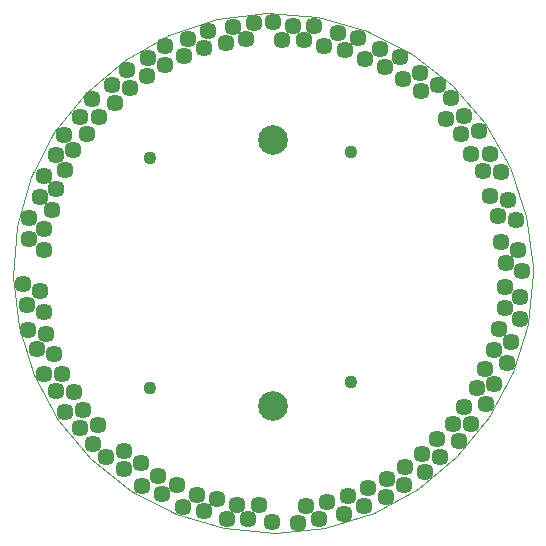
<source format=gbs>
G04 (created by PCBNEW-RS274X (2012-apr-16-27)-stable) date Mon 14 Apr 2014 09:24:50 PM EDT*
G01*
G70*
G90*
%MOIN*%
G04 Gerber Fmt 3.4, Leading zero omitted, Abs format*
%FSLAX34Y34*%
G04 APERTURE LIST*
%ADD10C,0.006000*%
%ADD11C,0.000400*%
%ADD12C,0.098700*%
%ADD13C,0.057000*%
%ADD14C,0.043600*%
G04 APERTURE END LIST*
G54D10*
G54D11*
X48032Y-39370D02*
X47867Y-41052D01*
X47378Y-42670D01*
X46584Y-44163D01*
X45516Y-45473D01*
X44213Y-46551D01*
X42726Y-47355D01*
X41111Y-47855D01*
X39430Y-48031D01*
X37747Y-47878D01*
X36126Y-47401D01*
X34628Y-46618D01*
X33310Y-45558D01*
X32223Y-44263D01*
X31409Y-42782D01*
X30898Y-41170D01*
X30709Y-39490D01*
X30851Y-37807D01*
X31317Y-36182D01*
X32090Y-34678D01*
X33140Y-33353D01*
X34427Y-32258D01*
X35903Y-31433D01*
X37510Y-30911D01*
X39189Y-30710D01*
X40874Y-30840D01*
X42502Y-31295D01*
X44011Y-32057D01*
X45343Y-33098D01*
X46448Y-34377D01*
X47283Y-35847D01*
X47816Y-37451D01*
X48028Y-39129D01*
X48032Y-39370D01*
G54D12*
X39370Y-43799D03*
G54D13*
X33386Y-45059D03*
X39350Y-47677D03*
G54D14*
X35276Y-43209D03*
X35276Y-35531D03*
X41969Y-43012D03*
X41969Y-35334D03*
G54D13*
X33346Y-33583D03*
X32952Y-34172D03*
X33558Y-34151D03*
X33164Y-34740D03*
X37835Y-47579D03*
X38544Y-47579D03*
X38189Y-47087D03*
X38898Y-47087D03*
X37520Y-46890D03*
X36825Y-46751D03*
X37076Y-47303D03*
X36381Y-47164D03*
X36181Y-46417D03*
X35526Y-46146D03*
X35666Y-46736D03*
X35011Y-46465D03*
X34980Y-45689D03*
X34391Y-45295D03*
X34412Y-45901D03*
X33823Y-45507D03*
X32441Y-44016D03*
X32942Y-44517D03*
X33039Y-43918D03*
X33541Y-44420D03*
X31732Y-42717D03*
X32125Y-43307D03*
X32338Y-42739D03*
X32731Y-43328D03*
X31220Y-41260D03*
X31491Y-41915D03*
X31810Y-41399D03*
X32081Y-42054D03*
X31043Y-39724D03*
X31181Y-40419D03*
X31594Y-39976D03*
X31732Y-40671D03*
X31240Y-37539D03*
X31240Y-38248D03*
X31732Y-37893D03*
X31732Y-38602D03*
X31732Y-36122D03*
X31593Y-36817D03*
X32145Y-36566D03*
X32006Y-37261D03*
X32402Y-34764D03*
X32131Y-35419D03*
X32721Y-35279D03*
X32450Y-35934D03*
X34094Y-33701D03*
X34595Y-33200D03*
X33996Y-33103D03*
X34498Y-32601D03*
X35177Y-32815D03*
X35767Y-32422D03*
X35199Y-32209D03*
X35788Y-31816D03*
X36417Y-32146D03*
X37072Y-31875D03*
X36556Y-31556D03*
X37211Y-31285D03*
X38740Y-31024D03*
X38045Y-31162D03*
X38488Y-31575D03*
X37793Y-31713D03*
X41083Y-31791D03*
X41778Y-31930D03*
X41527Y-31378D03*
X42222Y-31517D03*
X40217Y-47697D03*
X40912Y-47559D03*
X40469Y-47146D03*
X41164Y-47008D03*
X42539Y-46535D03*
X41884Y-46806D03*
X42400Y-47125D03*
X41745Y-47396D03*
X43760Y-45827D03*
X43170Y-46220D03*
X43738Y-46433D03*
X43149Y-46826D03*
X44843Y-44902D03*
X44342Y-45403D03*
X44941Y-45500D03*
X44439Y-46002D03*
X45571Y-44980D03*
X45965Y-44391D03*
X45359Y-44412D03*
X45753Y-43823D03*
X46476Y-43720D03*
X46747Y-43065D03*
X46157Y-43205D03*
X46428Y-42550D03*
X47165Y-42362D03*
X47304Y-41667D03*
X46752Y-41918D03*
X46891Y-41223D03*
X47598Y-40886D03*
X47598Y-40177D03*
X47106Y-40532D03*
X47106Y-39823D03*
X47677Y-39291D03*
X47539Y-38596D03*
X47126Y-39039D03*
X46988Y-38344D03*
X47480Y-37598D03*
X47209Y-36943D03*
X46890Y-37459D03*
X46619Y-36804D03*
X46988Y-36004D03*
X46595Y-35414D03*
X46382Y-35982D03*
X45989Y-35393D03*
X46240Y-34646D03*
X45739Y-34145D03*
X45642Y-34744D03*
X45140Y-34242D03*
X43720Y-32913D03*
X44309Y-33307D03*
X44288Y-32701D03*
X44877Y-33095D03*
X40748Y-31122D03*
X40039Y-31122D03*
X40394Y-31614D03*
X39685Y-31614D03*
X39370Y-31004D03*
X45295Y-33543D03*
X42441Y-32224D03*
X43096Y-32495D03*
X42956Y-31905D03*
X43611Y-32176D03*
G54D12*
X39370Y-34941D03*
M02*

</source>
